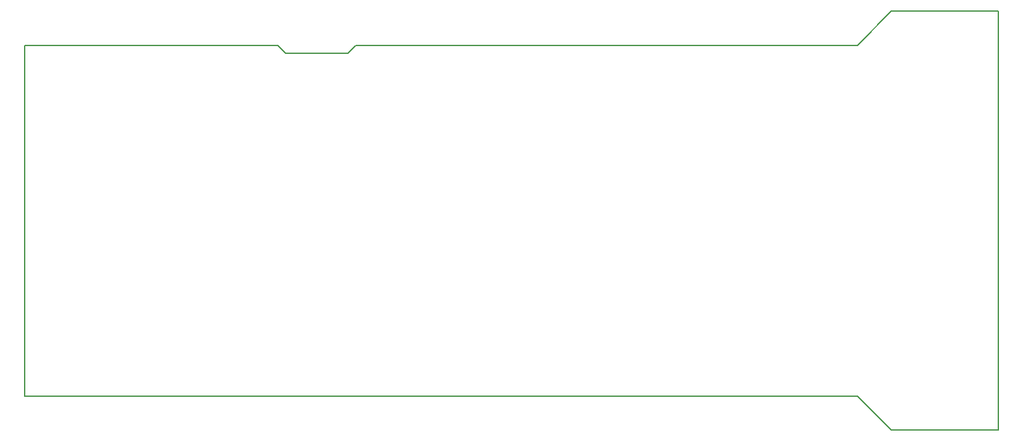
<source format=gm1>
G04*
G04 #@! TF.GenerationSoftware,Altium Limited,Altium Designer,20.2.6 (244)*
G04*
G04 Layer_Color=16711935*
%FSLAX25Y25*%
%MOIN*%
G70*
G04*
G04 #@! TF.SameCoordinates,92151F8D-A914-4CFD-8B26-E94C02A97E6A*
G04*
G04*
G04 #@! TF.FilePolarity,Positive*
G04*
G01*
G75*
%ADD14C,0.00500*%
D14*
X270000Y297500D02*
X527500D01*
X100000D02*
X230000D01*
X266000Y293500D02*
X270000Y297500D01*
X234000Y293500D02*
X266000D01*
X230000Y297500D02*
X234000Y293500D01*
X545000Y100000D02*
X600000D01*
X527500Y117500D02*
X545000Y100000D01*
Y315000D02*
X600000D01*
X527500Y297500D02*
X545000Y315000D01*
X600000Y100000D02*
Y315000D01*
X100000Y117500D02*
X527500D01*
X100000D02*
Y297500D01*
M02*

</source>
